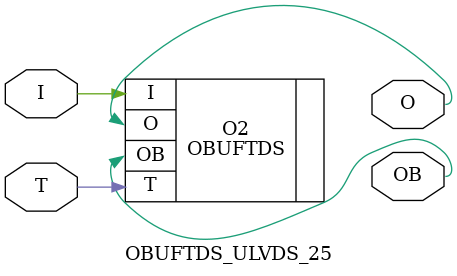
<source format=v>


`timescale  1 ps / 1 ps


module OBUFTDS_ULVDS_25 (O, OB, I, T);

    output O, OB;

    input  I, T;

	OBUFTDS #(.IOSTANDARD("ULVDS_25")) O2 (.O(O), .I(I), .OB(OB), .T(T));


endmodule



</source>
